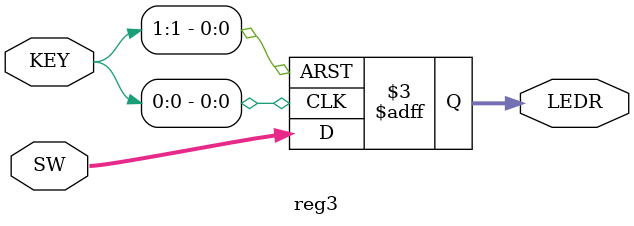
<source format=v>

module reg3(SW, KEY, LEDR); //D, Clock, Resetn, Q, s0, s1, s2, s3, s4, s5, s6

	//Short description:
	/*
	similar to a normal D-FF but now accepts 3 bit in parallel

	key 0 is the clock, key 1 acts as a reset setting all output to low

	switch is the signal at the inputs, which is only accepted with the clock edge
	*/

	// === Input and Output

	
	//input [2:0] D;
	input [2:0]SW;
	
	//input Clock, Resetn;
	input [1:0] KEY;
	
	//output s0, s1, s2, s3, s4, s5, s6;
	output [2:0]LEDR;

	
	// === Net Reg ===

	
	//output reg [2:0] Q;
	reg [2:0]LEDR;

	
	// === Logic ===
	

	always @(posedge KEY[0], negedge KEY[1]) //always @(posedge Clock, negedge Resetn)  === KEY 1 is reset, KEY 0 is clock
	if (KEY[1] == 0)
		LEDR <= 3'b000; // Q <= 0 achieves same result
	else
		LEDR <= SW;
	
	/*
	assign s0 = (!Q[2] & !Q[1] &  Q[0]) |  
					( Q[2] & !Q[1] & !Q[0]) ;
	
	assign s1 = ( Q[2] & !Q[1] &  Q[0]) |  
					( Q[2] &  Q[1] & !Q[0]) ;
	
	assign s2 = (!Q[2] &  Q[1] & !Q[0]) ;
	
	assign s3 = (!Q[2] & !Q[1] &  Q[0]) |  
					( Q[2] & !Q[1] & !Q[0]) |  
					( Q[2] &  Q[1] &  Q[0]) ;
	
	assign s4 = (                 Q[0]) |  
					( Q[2] & !Q[1]        ) ;  
	
	assign s5 = (         Q[1] |  Q[0]) &  
					(!Q[2] |  Q[1]        ) &  
					(!Q[2] |          Q[0]) ;
	
	assign s6 = (!Q[2] & !Q[1]        ) |  
					( Q[2] &  Q[1] &  Q[0]) ;
	*/
	
endmodule

</source>
